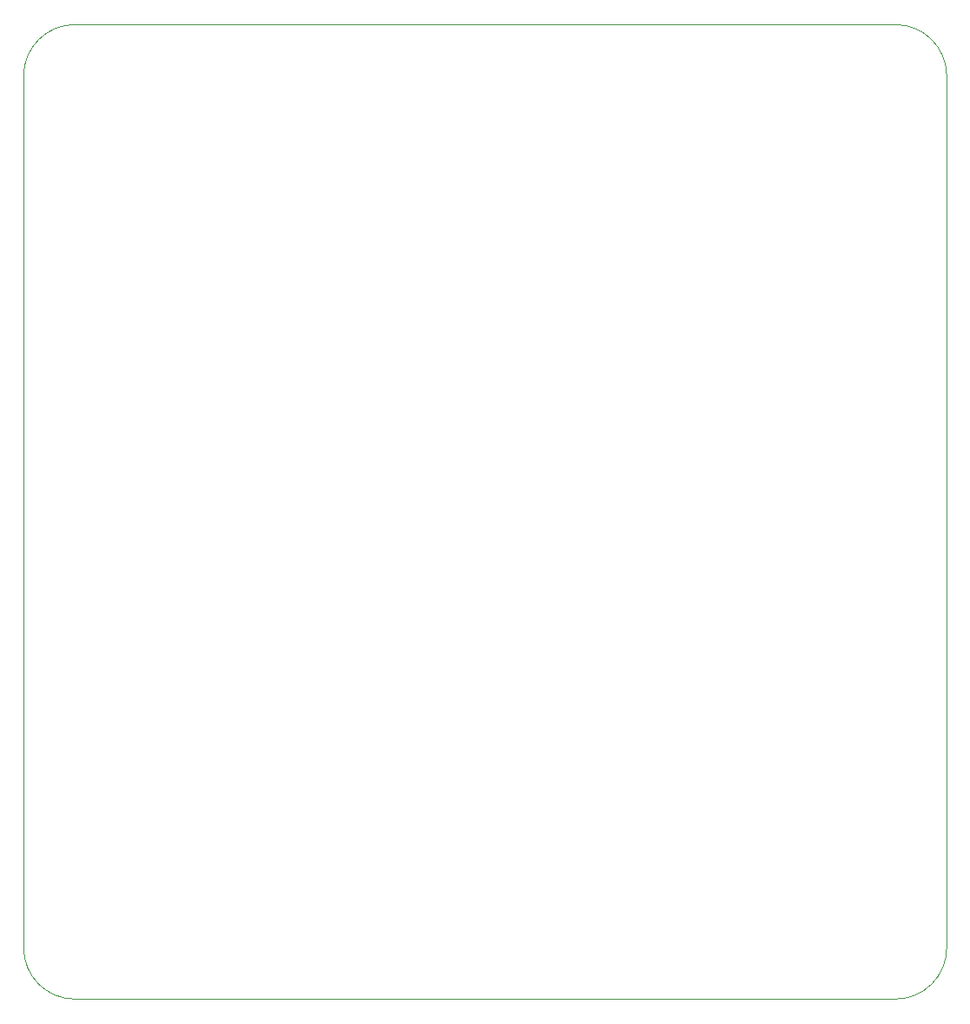
<source format=gbr>
%TF.GenerationSoftware,KiCad,Pcbnew,(7.0.0)*%
%TF.CreationDate,2023-04-14T19:10:39+02:00*%
%TF.ProjectId,Project.kicad_sch,50726f6a-6563-4742-9e6b-696361645f73,rev?*%
%TF.SameCoordinates,Original*%
%TF.FileFunction,Profile,NP*%
%FSLAX46Y46*%
G04 Gerber Fmt 4.6, Leading zero omitted, Abs format (unit mm)*
G04 Created by KiCad (PCBNEW (7.0.0)) date 2023-04-14 19:10:39*
%MOMM*%
%LPD*%
G01*
G04 APERTURE LIST*
%TA.AperFunction,Profile*%
%ADD10C,0.100000*%
%TD*%
G04 APERTURE END LIST*
D10*
X100000000Y-55000000D02*
X100000000Y-140000000D01*
X190000000Y-55000000D02*
X190000000Y-140000000D01*
X105000000Y-50000000D02*
G75*
G03*
X100000000Y-55000000I0J-5000000D01*
G01*
X185000000Y-145000000D02*
X105000000Y-145000000D01*
X185000000Y-145000000D02*
G75*
G03*
X190000000Y-140000000I0J5000000D01*
G01*
X105000000Y-50000000D02*
X185000000Y-50000000D01*
X190000000Y-55000000D02*
G75*
G03*
X185000000Y-50000000I-5000000J0D01*
G01*
X100000000Y-140000000D02*
G75*
G03*
X105000000Y-145000000I5000000J0D01*
G01*
M02*

</source>
